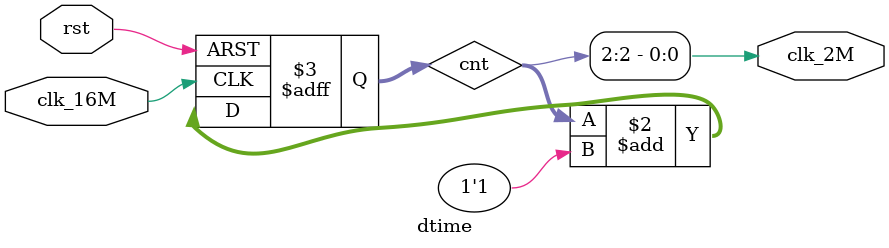
<source format=v>
`timescale 1ns / 1ps


module fpq(
  input reset,
  input clk_1M,
  output reg clk_1K
    );
    reg [8:0]counter;
    always@(negedge reset or posedge clk_1M)
    begin
      if(!reset)
        begin
           counter<=9'd0;
           clk_1K<=1'b0;
        end
      else if(counter==9'd500)
            begin
               clk_1K<=~clk_1K;
               counter<=9'd0;
            end
      else
           counter<=counter+1'b1; 
    end
endmodule

module dtime(
   input rst,
   input clk_16M,
   output clk_2M
);
 reg[2:0]cnt;
 always@(posedge clk_16M or posedge rst)
        begin
           if(rst)
               cnt<=3'd0;
           else
              cnt<=cnt+1'b1;    
        end
 assign clk_2M=cnt[2];
 endmodule

</source>
